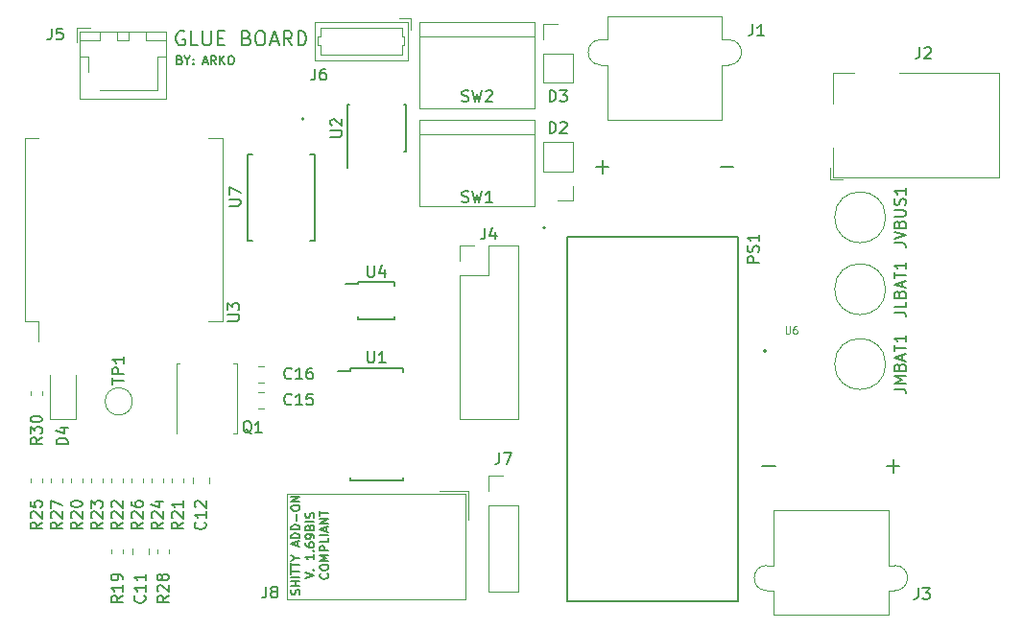
<source format=gbr>
G04 #@! TF.GenerationSoftware,KiCad,Pcbnew,(5.1.5-0-10_14)*
G04 #@! TF.CreationDate,2019-12-31T01:38:16-08:00*
G04 #@! TF.ProjectId,Glue Board,476c7565-2042-46f6-9172-642e6b696361,rev?*
G04 #@! TF.SameCoordinates,Original*
G04 #@! TF.FileFunction,Legend,Top*
G04 #@! TF.FilePolarity,Positive*
%FSLAX46Y46*%
G04 Gerber Fmt 4.6, Leading zero omitted, Abs format (unit mm)*
G04 Created by KiCad (PCBNEW (5.1.5-0-10_14)) date 2019-12-31 01:38:16*
%MOMM*%
%LPD*%
G04 APERTURE LIST*
%ADD10C,0.150000*%
%ADD11C,0.127000*%
%ADD12C,0.200000*%
%ADD13C,0.120000*%
%ADD14C,0.015000*%
G04 APERTURE END LIST*
D10*
X176711428Y-50364571D02*
X176820285Y-50400857D01*
X176856571Y-50437142D01*
X176892857Y-50509714D01*
X176892857Y-50618571D01*
X176856571Y-50691142D01*
X176820285Y-50727428D01*
X176747714Y-50763714D01*
X176457428Y-50763714D01*
X176457428Y-50001714D01*
X176711428Y-50001714D01*
X176784000Y-50038000D01*
X176820285Y-50074285D01*
X176856571Y-50146857D01*
X176856571Y-50219428D01*
X176820285Y-50292000D01*
X176784000Y-50328285D01*
X176711428Y-50364571D01*
X176457428Y-50364571D01*
X177364571Y-50400857D02*
X177364571Y-50763714D01*
X177110571Y-50001714D02*
X177364571Y-50400857D01*
X177618571Y-50001714D01*
X177872571Y-50691142D02*
X177908857Y-50727428D01*
X177872571Y-50763714D01*
X177836285Y-50727428D01*
X177872571Y-50691142D01*
X177872571Y-50763714D01*
X177872571Y-50292000D02*
X177908857Y-50328285D01*
X177872571Y-50364571D01*
X177836285Y-50328285D01*
X177872571Y-50292000D01*
X177872571Y-50364571D01*
X178779714Y-50546000D02*
X179142571Y-50546000D01*
X178707142Y-50763714D02*
X178961142Y-50001714D01*
X179215142Y-50763714D01*
X179904571Y-50763714D02*
X179650571Y-50400857D01*
X179469142Y-50763714D02*
X179469142Y-50001714D01*
X179759428Y-50001714D01*
X179832000Y-50038000D01*
X179868285Y-50074285D01*
X179904571Y-50146857D01*
X179904571Y-50255714D01*
X179868285Y-50328285D01*
X179832000Y-50364571D01*
X179759428Y-50400857D01*
X179469142Y-50400857D01*
X180231142Y-50763714D02*
X180231142Y-50001714D01*
X180666571Y-50763714D02*
X180340000Y-50328285D01*
X180666571Y-50001714D02*
X180231142Y-50437142D01*
X181138285Y-50001714D02*
X181283428Y-50001714D01*
X181356000Y-50038000D01*
X181428571Y-50110571D01*
X181464857Y-50255714D01*
X181464857Y-50509714D01*
X181428571Y-50654857D01*
X181356000Y-50727428D01*
X181283428Y-50763714D01*
X181138285Y-50763714D01*
X181065714Y-50727428D01*
X180993142Y-50654857D01*
X180956857Y-50509714D01*
X180956857Y-50255714D01*
X180993142Y-50110571D01*
X181065714Y-50038000D01*
X181138285Y-50001714D01*
X177098476Y-47879000D02*
X176977523Y-47818523D01*
X176796095Y-47818523D01*
X176614666Y-47879000D01*
X176493714Y-47999952D01*
X176433238Y-48120904D01*
X176372761Y-48362809D01*
X176372761Y-48544238D01*
X176433238Y-48786142D01*
X176493714Y-48907095D01*
X176614666Y-49028047D01*
X176796095Y-49088523D01*
X176917047Y-49088523D01*
X177098476Y-49028047D01*
X177158952Y-48967571D01*
X177158952Y-48544238D01*
X176917047Y-48544238D01*
X178308000Y-49088523D02*
X177703238Y-49088523D01*
X177703238Y-47818523D01*
X178731333Y-47818523D02*
X178731333Y-48846619D01*
X178791809Y-48967571D01*
X178852285Y-49028047D01*
X178973238Y-49088523D01*
X179215142Y-49088523D01*
X179336095Y-49028047D01*
X179396571Y-48967571D01*
X179457047Y-48846619D01*
X179457047Y-47818523D01*
X180061809Y-48423285D02*
X180485142Y-48423285D01*
X180666571Y-49088523D02*
X180061809Y-49088523D01*
X180061809Y-47818523D01*
X180666571Y-47818523D01*
X182601809Y-48423285D02*
X182783238Y-48483761D01*
X182843714Y-48544238D01*
X182904190Y-48665190D01*
X182904190Y-48846619D01*
X182843714Y-48967571D01*
X182783238Y-49028047D01*
X182662285Y-49088523D01*
X182178476Y-49088523D01*
X182178476Y-47818523D01*
X182601809Y-47818523D01*
X182722761Y-47879000D01*
X182783238Y-47939476D01*
X182843714Y-48060428D01*
X182843714Y-48181380D01*
X182783238Y-48302333D01*
X182722761Y-48362809D01*
X182601809Y-48423285D01*
X182178476Y-48423285D01*
X183690380Y-47818523D02*
X183932285Y-47818523D01*
X184053238Y-47879000D01*
X184174190Y-47999952D01*
X184234666Y-48241857D01*
X184234666Y-48665190D01*
X184174190Y-48907095D01*
X184053238Y-49028047D01*
X183932285Y-49088523D01*
X183690380Y-49088523D01*
X183569428Y-49028047D01*
X183448476Y-48907095D01*
X183388000Y-48665190D01*
X183388000Y-48241857D01*
X183448476Y-47999952D01*
X183569428Y-47879000D01*
X183690380Y-47818523D01*
X184718476Y-48725666D02*
X185323238Y-48725666D01*
X184597523Y-49088523D02*
X185020857Y-47818523D01*
X185444190Y-49088523D01*
X186593238Y-49088523D02*
X186169904Y-48483761D01*
X185867523Y-49088523D02*
X185867523Y-47818523D01*
X186351333Y-47818523D01*
X186472285Y-47879000D01*
X186532761Y-47939476D01*
X186593238Y-48060428D01*
X186593238Y-48241857D01*
X186532761Y-48362809D01*
X186472285Y-48423285D01*
X186351333Y-48483761D01*
X185867523Y-48483761D01*
X187137523Y-49088523D02*
X187137523Y-47818523D01*
X187439904Y-47818523D01*
X187621333Y-47879000D01*
X187742285Y-47999952D01*
X187802761Y-48120904D01*
X187863238Y-48362809D01*
X187863238Y-48544238D01*
X187802761Y-48786142D01*
X187742285Y-48907095D01*
X187621333Y-49028047D01*
X187439904Y-49088523D01*
X187137523Y-49088523D01*
D11*
X187252428Y-97572285D02*
X187288714Y-97463428D01*
X187288714Y-97282000D01*
X187252428Y-97209428D01*
X187216142Y-97173142D01*
X187143571Y-97136857D01*
X187071000Y-97136857D01*
X186998428Y-97173142D01*
X186962142Y-97209428D01*
X186925857Y-97282000D01*
X186889571Y-97427142D01*
X186853285Y-97499714D01*
X186817000Y-97536000D01*
X186744428Y-97572285D01*
X186671857Y-97572285D01*
X186599285Y-97536000D01*
X186563000Y-97499714D01*
X186526714Y-97427142D01*
X186526714Y-97245714D01*
X186563000Y-97136857D01*
X187288714Y-96810285D02*
X186526714Y-96810285D01*
X186889571Y-96810285D02*
X186889571Y-96374857D01*
X187288714Y-96374857D02*
X186526714Y-96374857D01*
X187288714Y-96012000D02*
X186526714Y-96012000D01*
X186526714Y-95758000D02*
X186526714Y-95322571D01*
X187288714Y-95540285D02*
X186526714Y-95540285D01*
X186526714Y-95177428D02*
X186526714Y-94742000D01*
X187288714Y-94959714D02*
X186526714Y-94959714D01*
X186925857Y-94342857D02*
X187288714Y-94342857D01*
X186526714Y-94596857D02*
X186925857Y-94342857D01*
X186526714Y-94088857D01*
X187071000Y-93290571D02*
X187071000Y-92927714D01*
X187288714Y-93363142D02*
X186526714Y-93109142D01*
X187288714Y-92855142D01*
X187288714Y-92601142D02*
X186526714Y-92601142D01*
X186526714Y-92419714D01*
X186563000Y-92310857D01*
X186635571Y-92238285D01*
X186708142Y-92202000D01*
X186853285Y-92165714D01*
X186962142Y-92165714D01*
X187107285Y-92202000D01*
X187179857Y-92238285D01*
X187252428Y-92310857D01*
X187288714Y-92419714D01*
X187288714Y-92601142D01*
X187288714Y-91839142D02*
X186526714Y-91839142D01*
X186526714Y-91657714D01*
X186563000Y-91548857D01*
X186635571Y-91476285D01*
X186708142Y-91440000D01*
X186853285Y-91403714D01*
X186962142Y-91403714D01*
X187107285Y-91440000D01*
X187179857Y-91476285D01*
X187252428Y-91548857D01*
X187288714Y-91657714D01*
X187288714Y-91839142D01*
X186998428Y-91077142D02*
X186998428Y-90496571D01*
X186526714Y-89988571D02*
X186526714Y-89843428D01*
X186563000Y-89770857D01*
X186635571Y-89698285D01*
X186780714Y-89662000D01*
X187034714Y-89662000D01*
X187179857Y-89698285D01*
X187252428Y-89770857D01*
X187288714Y-89843428D01*
X187288714Y-89988571D01*
X187252428Y-90061142D01*
X187179857Y-90133714D01*
X187034714Y-90170000D01*
X186780714Y-90170000D01*
X186635571Y-90133714D01*
X186563000Y-90061142D01*
X186526714Y-89988571D01*
X187288714Y-89335428D02*
X186526714Y-89335428D01*
X187288714Y-88900000D01*
X186526714Y-88900000D01*
X187796714Y-96139000D02*
X188558714Y-95885000D01*
X187796714Y-95631000D01*
X188486142Y-95377000D02*
X188522428Y-95340714D01*
X188558714Y-95377000D01*
X188522428Y-95413285D01*
X188486142Y-95377000D01*
X188558714Y-95377000D01*
X188558714Y-94034428D02*
X188558714Y-94469857D01*
X188558714Y-94252142D02*
X187796714Y-94252142D01*
X187905571Y-94324714D01*
X187978142Y-94397285D01*
X188014428Y-94469857D01*
X188486142Y-93707857D02*
X188522428Y-93671571D01*
X188558714Y-93707857D01*
X188522428Y-93744142D01*
X188486142Y-93707857D01*
X188558714Y-93707857D01*
X187796714Y-93018428D02*
X187796714Y-93163571D01*
X187833000Y-93236142D01*
X187869285Y-93272428D01*
X187978142Y-93345000D01*
X188123285Y-93381285D01*
X188413571Y-93381285D01*
X188486142Y-93345000D01*
X188522428Y-93308714D01*
X188558714Y-93236142D01*
X188558714Y-93091000D01*
X188522428Y-93018428D01*
X188486142Y-92982142D01*
X188413571Y-92945857D01*
X188232142Y-92945857D01*
X188159571Y-92982142D01*
X188123285Y-93018428D01*
X188087000Y-93091000D01*
X188087000Y-93236142D01*
X188123285Y-93308714D01*
X188159571Y-93345000D01*
X188232142Y-93381285D01*
X188558714Y-92583000D02*
X188558714Y-92437857D01*
X188522428Y-92365285D01*
X188486142Y-92329000D01*
X188377285Y-92256428D01*
X188232142Y-92220142D01*
X187941857Y-92220142D01*
X187869285Y-92256428D01*
X187833000Y-92292714D01*
X187796714Y-92365285D01*
X187796714Y-92510428D01*
X187833000Y-92583000D01*
X187869285Y-92619285D01*
X187941857Y-92655571D01*
X188123285Y-92655571D01*
X188195857Y-92619285D01*
X188232142Y-92583000D01*
X188268428Y-92510428D01*
X188268428Y-92365285D01*
X188232142Y-92292714D01*
X188195857Y-92256428D01*
X188123285Y-92220142D01*
X188159571Y-91639571D02*
X188195857Y-91530714D01*
X188232142Y-91494428D01*
X188304714Y-91458142D01*
X188413571Y-91458142D01*
X188486142Y-91494428D01*
X188522428Y-91530714D01*
X188558714Y-91603285D01*
X188558714Y-91893571D01*
X187796714Y-91893571D01*
X187796714Y-91639571D01*
X187833000Y-91567000D01*
X187869285Y-91530714D01*
X187941857Y-91494428D01*
X188014428Y-91494428D01*
X188087000Y-91530714D01*
X188123285Y-91567000D01*
X188159571Y-91639571D01*
X188159571Y-91893571D01*
X188558714Y-91131571D02*
X187796714Y-91131571D01*
X188522428Y-90805000D02*
X188558714Y-90696142D01*
X188558714Y-90514714D01*
X188522428Y-90442142D01*
X188486142Y-90405857D01*
X188413571Y-90369571D01*
X188341000Y-90369571D01*
X188268428Y-90405857D01*
X188232142Y-90442142D01*
X188195857Y-90514714D01*
X188159571Y-90659857D01*
X188123285Y-90732428D01*
X188087000Y-90768714D01*
X188014428Y-90805000D01*
X187941857Y-90805000D01*
X187869285Y-90768714D01*
X187833000Y-90732428D01*
X187796714Y-90659857D01*
X187796714Y-90478428D01*
X187833000Y-90369571D01*
X189756142Y-95703571D02*
X189792428Y-95739857D01*
X189828714Y-95848714D01*
X189828714Y-95921285D01*
X189792428Y-96030142D01*
X189719857Y-96102714D01*
X189647285Y-96139000D01*
X189502142Y-96175285D01*
X189393285Y-96175285D01*
X189248142Y-96139000D01*
X189175571Y-96102714D01*
X189103000Y-96030142D01*
X189066714Y-95921285D01*
X189066714Y-95848714D01*
X189103000Y-95739857D01*
X189139285Y-95703571D01*
X189066714Y-95231857D02*
X189066714Y-95086714D01*
X189103000Y-95014142D01*
X189175571Y-94941571D01*
X189320714Y-94905285D01*
X189574714Y-94905285D01*
X189719857Y-94941571D01*
X189792428Y-95014142D01*
X189828714Y-95086714D01*
X189828714Y-95231857D01*
X189792428Y-95304428D01*
X189719857Y-95377000D01*
X189574714Y-95413285D01*
X189320714Y-95413285D01*
X189175571Y-95377000D01*
X189103000Y-95304428D01*
X189066714Y-95231857D01*
X189828714Y-94578714D02*
X189066714Y-94578714D01*
X189611000Y-94324714D01*
X189066714Y-94070714D01*
X189828714Y-94070714D01*
X189828714Y-93707857D02*
X189066714Y-93707857D01*
X189066714Y-93417571D01*
X189103000Y-93345000D01*
X189139285Y-93308714D01*
X189211857Y-93272428D01*
X189320714Y-93272428D01*
X189393285Y-93308714D01*
X189429571Y-93345000D01*
X189465857Y-93417571D01*
X189465857Y-93707857D01*
X189828714Y-92583000D02*
X189828714Y-92945857D01*
X189066714Y-92945857D01*
X189828714Y-92329000D02*
X189066714Y-92329000D01*
X189611000Y-92002428D02*
X189611000Y-91639571D01*
X189828714Y-92075000D02*
X189066714Y-91821000D01*
X189828714Y-91567000D01*
X189828714Y-91313000D02*
X189066714Y-91313000D01*
X189828714Y-90877571D01*
X189066714Y-90877571D01*
X189066714Y-90623571D02*
X189066714Y-90188142D01*
X189828714Y-90405857D02*
X189066714Y-90405857D01*
X210924000Y-98172000D02*
X210924000Y-65972000D01*
X210924000Y-98172000D02*
X225924000Y-98172000D01*
X225924000Y-98172000D02*
X225924000Y-65972000D01*
X225924000Y-65972000D02*
X210924000Y-65972000D01*
D12*
X208964000Y-65197000D02*
G75*
G03X208964000Y-65197000I-100000J0D01*
G01*
X187674000Y-55584000D02*
G75*
G03X187674000Y-55584000I-100000J0D01*
G01*
D11*
X182694000Y-58684000D02*
X183154000Y-58684000D01*
X182694000Y-66284000D02*
X182694000Y-58684000D01*
X183154000Y-66284000D02*
X182694000Y-66284000D01*
X188654000Y-66284000D02*
X188194000Y-66284000D01*
X188654000Y-58684000D02*
X188654000Y-66284000D01*
X188194000Y-58684000D02*
X188654000Y-58684000D01*
D13*
X202196000Y-88420000D02*
X202196000Y-90960000D01*
X202196000Y-88420000D02*
X199656000Y-88420000D01*
X201946000Y-88670000D02*
X201946000Y-98020000D01*
X186166000Y-88670000D02*
X201946000Y-88670000D01*
X186166000Y-98020000D02*
X186166000Y-88670000D01*
X201946000Y-98020000D02*
X186166000Y-98020000D01*
X203902000Y-87062000D02*
X205232000Y-87062000D01*
X203902000Y-88392000D02*
X203902000Y-87062000D01*
X203902000Y-89662000D02*
X206562000Y-89662000D01*
X206562000Y-89662000D02*
X206562000Y-97342000D01*
X203902000Y-89662000D02*
X203902000Y-97342000D01*
X203902000Y-97342000D02*
X206562000Y-97342000D01*
X176685000Y-77204000D02*
X176385000Y-77204000D01*
X181455000Y-77204000D02*
X181755000Y-77204000D01*
X181405000Y-83324000D02*
X181755000Y-83324000D01*
X176385000Y-77204000D02*
X176385000Y-83324000D01*
X181755000Y-77204000D02*
X181755000Y-83324000D01*
D10*
X191531000Y-58463000D02*
X191531000Y-59863000D01*
X196631000Y-58463000D02*
X196631000Y-54313000D01*
X191481000Y-58463000D02*
X191481000Y-54313000D01*
X196631000Y-58463000D02*
X196486000Y-58463000D01*
X196631000Y-54313000D02*
X196486000Y-54313000D01*
X191481000Y-54313000D02*
X191626000Y-54313000D01*
X191481000Y-58463000D02*
X191531000Y-58463000D01*
D13*
X172523000Y-80518000D02*
G75*
G03X172523000Y-80518000I-1200000J0D01*
G01*
X164594000Y-79918779D02*
X164594000Y-79593221D01*
X163574000Y-79918779D02*
X163574000Y-79593221D01*
X174750000Y-93563221D02*
X174750000Y-93888779D01*
X175770000Y-93563221D02*
X175770000Y-93888779D01*
X166372000Y-87665779D02*
X166372000Y-87340221D01*
X165352000Y-87665779D02*
X165352000Y-87340221D01*
X172464000Y-87340221D02*
X172464000Y-87665779D01*
X173484000Y-87340221D02*
X173484000Y-87665779D01*
X164594000Y-87665779D02*
X164594000Y-87340221D01*
X163574000Y-87665779D02*
X163574000Y-87340221D01*
X174242000Y-87340221D02*
X174242000Y-87665779D01*
X175262000Y-87340221D02*
X175262000Y-87665779D01*
X168908000Y-87340221D02*
X168908000Y-87665779D01*
X169928000Y-87340221D02*
X169928000Y-87665779D01*
X170686000Y-87340221D02*
X170686000Y-87665779D01*
X171706000Y-87340221D02*
X171706000Y-87665779D01*
X176020000Y-87340221D02*
X176020000Y-87665779D01*
X177040000Y-87340221D02*
X177040000Y-87665779D01*
X167130000Y-87340221D02*
X167130000Y-87665779D01*
X168150000Y-87340221D02*
X168150000Y-87665779D01*
X170686000Y-93563221D02*
X170686000Y-93888779D01*
X171706000Y-93563221D02*
X171706000Y-93888779D01*
X197099000Y-46710000D02*
X196099000Y-46710000D01*
X197099000Y-46710000D02*
X197099000Y-47710000D01*
X189099000Y-49910000D02*
X192699000Y-49910000D01*
X189099000Y-49060000D02*
X189099000Y-49910000D01*
X188899000Y-49060000D02*
X189099000Y-49060000D01*
X188899000Y-48260000D02*
X188899000Y-49060000D01*
X189099000Y-48260000D02*
X188899000Y-48260000D01*
X189099000Y-47510000D02*
X189099000Y-48260000D01*
X192699000Y-47510000D02*
X189099000Y-47510000D01*
X196299000Y-49910000D02*
X192699000Y-49910000D01*
X196299000Y-49060000D02*
X196299000Y-49910000D01*
X196499000Y-49060000D02*
X196299000Y-49060000D01*
X196499000Y-48260000D02*
X196499000Y-49060000D01*
X196299000Y-48260000D02*
X196499000Y-48260000D01*
X196299000Y-47510000D02*
X196299000Y-48260000D01*
X192699000Y-47510000D02*
X196299000Y-47510000D01*
X188589000Y-50420000D02*
X196809000Y-50420000D01*
X188589000Y-47000000D02*
X188589000Y-50420000D01*
X196809000Y-47000000D02*
X188589000Y-47000000D01*
X196809000Y-50420000D02*
X196809000Y-47000000D01*
X167584000Y-47542000D02*
X167584000Y-48792000D01*
X168834000Y-47542000D02*
X167584000Y-47542000D01*
X174734000Y-53042000D02*
X171684000Y-53042000D01*
X174734000Y-50092000D02*
X174734000Y-53042000D01*
X175484000Y-50092000D02*
X174734000Y-50092000D01*
X171684000Y-53042000D02*
X169694000Y-53042000D01*
X168634000Y-50092000D02*
X168634000Y-51432000D01*
X167884000Y-50092000D02*
X168634000Y-50092000D01*
X175484000Y-47842000D02*
X173684000Y-47842000D01*
X175484000Y-48592000D02*
X175484000Y-47842000D01*
X173684000Y-48592000D02*
X175484000Y-48592000D01*
X173684000Y-47842000D02*
X173684000Y-48592000D01*
X169684000Y-47842000D02*
X167884000Y-47842000D01*
X169684000Y-48592000D02*
X169684000Y-47842000D01*
X167884000Y-48592000D02*
X169684000Y-48592000D01*
X167884000Y-47842000D02*
X167884000Y-48592000D01*
X172184000Y-47842000D02*
X171184000Y-47842000D01*
X172184000Y-48592000D02*
X172184000Y-47842000D01*
X171184000Y-48592000D02*
X172184000Y-48592000D01*
X171184000Y-47842000D02*
X171184000Y-48592000D01*
X175494000Y-47832000D02*
X167874000Y-47832000D01*
X175494000Y-53802000D02*
X175494000Y-47832000D01*
X167874000Y-53802000D02*
X175494000Y-53802000D01*
X167874000Y-47832000D02*
X167874000Y-53802000D01*
X167505000Y-82041000D02*
X167505000Y-78156000D01*
X165235000Y-82041000D02*
X167505000Y-82041000D01*
X165235000Y-78156000D02*
X165235000Y-82041000D01*
X183637422Y-78815000D02*
X184154578Y-78815000D01*
X183637422Y-77395000D02*
X184154578Y-77395000D01*
X183637422Y-81101000D02*
X184154578Y-81101000D01*
X183637422Y-79681000D02*
X184154578Y-79681000D01*
X177852000Y-87244422D02*
X177852000Y-87761578D01*
X179272000Y-87244422D02*
X179272000Y-87761578D01*
X172518000Y-93467422D02*
X172518000Y-93984578D01*
X173938000Y-93467422D02*
X173938000Y-93984578D01*
X208026000Y-46990000D02*
X197866000Y-46990000D01*
X208026000Y-54610000D02*
X208026000Y-46990000D01*
X197866000Y-54610000D02*
X208026000Y-54610000D01*
X197866000Y-46990000D02*
X197866000Y-54610000D01*
X197866000Y-48260000D02*
X208026000Y-48260000D01*
X208026000Y-55626000D02*
X197866000Y-55626000D01*
X208026000Y-63246000D02*
X208026000Y-55626000D01*
X197866000Y-63246000D02*
X208026000Y-63246000D01*
X197866000Y-55626000D02*
X197866000Y-63246000D01*
X197866000Y-56896000D02*
X208026000Y-56896000D01*
X201362000Y-66742000D02*
X202692000Y-66742000D01*
X201362000Y-68072000D02*
X201362000Y-66742000D01*
X203962000Y-66742000D02*
X206562000Y-66742000D01*
X203962000Y-69342000D02*
X203962000Y-66742000D01*
X201362000Y-69342000D02*
X203962000Y-69342000D01*
X206562000Y-66742000D02*
X206562000Y-82102000D01*
X201362000Y-69342000D02*
X201362000Y-82102000D01*
X201362000Y-82102000D02*
X206562000Y-82102000D01*
X208728000Y-47184000D02*
X210058000Y-47184000D01*
X208728000Y-48514000D02*
X208728000Y-47184000D01*
X208728000Y-49784000D02*
X211388000Y-49784000D01*
X211388000Y-49784000D02*
X211388000Y-52384000D01*
X208728000Y-49784000D02*
X208728000Y-52384000D01*
X208728000Y-52384000D02*
X211388000Y-52384000D01*
X211388000Y-62798000D02*
X210058000Y-62798000D01*
X211388000Y-61468000D02*
X211388000Y-62798000D01*
X211388000Y-60198000D02*
X208728000Y-60198000D01*
X208728000Y-60198000D02*
X208728000Y-57598000D01*
X211388000Y-60198000D02*
X211388000Y-57598000D01*
X211388000Y-57598000D02*
X208728000Y-57598000D01*
X238978000Y-64262000D02*
G75*
G03X238978000Y-64262000I-2250000J0D01*
G01*
X238978000Y-77216000D02*
G75*
G03X238978000Y-77216000I-2250000J0D01*
G01*
X238978000Y-70612000D02*
G75*
G03X238978000Y-70612000I-2250000J0D01*
G01*
X228498000Y-97216000D02*
G75*
G02X228498000Y-94996000I0J1110000D01*
G01*
X239798000Y-94996000D02*
G75*
G02X239798000Y-97216000I0J-1110000D01*
G01*
X229088000Y-99316000D02*
X229088000Y-97216000D01*
X239798000Y-94996000D02*
X239208000Y-94996000D01*
X239798000Y-97216000D02*
X239208000Y-97216000D01*
X229088000Y-97216000D02*
X228498000Y-97216000D01*
X229088000Y-94996000D02*
X228498000Y-94996000D01*
X229088000Y-94996000D02*
X229088000Y-90096000D01*
X239208000Y-99316000D02*
X239208000Y-97216000D01*
X239208000Y-94996000D02*
X239208000Y-90096000D01*
X239208000Y-90096000D02*
X229088000Y-90096000D01*
X239208000Y-99316000D02*
X229088000Y-99316000D01*
X234304000Y-60734000D02*
X234304000Y-58134000D01*
X249004000Y-60734000D02*
X234304000Y-60734000D01*
X234304000Y-51534000D02*
X236204000Y-51534000D01*
X234304000Y-54234000D02*
X234304000Y-51534000D01*
X249004000Y-51534000D02*
X249004000Y-60734000D01*
X240204000Y-51534000D02*
X249004000Y-51534000D01*
X235154000Y-60934000D02*
X234104000Y-60934000D01*
X234104000Y-59884000D02*
X234104000Y-60934000D01*
X225146000Y-48580000D02*
G75*
G02X225146000Y-50800000I0J-1110000D01*
G01*
X213846000Y-50800000D02*
G75*
G02X213846000Y-48580000I0J1110000D01*
G01*
X224556000Y-46480000D02*
X224556000Y-48580000D01*
X213846000Y-50800000D02*
X214436000Y-50800000D01*
X213846000Y-48580000D02*
X214436000Y-48580000D01*
X224556000Y-48580000D02*
X225146000Y-48580000D01*
X224556000Y-50800000D02*
X225146000Y-50800000D01*
X224556000Y-50800000D02*
X224556000Y-55700000D01*
X214436000Y-46480000D02*
X214436000Y-48580000D01*
X214436000Y-50800000D02*
X214436000Y-55700000D01*
X214436000Y-55700000D02*
X224556000Y-55700000D01*
X214436000Y-46480000D02*
X224556000Y-46480000D01*
D12*
X228424000Y-76054000D02*
G75*
G03X228424000Y-76054000I-100000J0D01*
G01*
D10*
X192431000Y-70178000D02*
X191356000Y-70178000D01*
X192431000Y-73253000D02*
X195681000Y-73253000D01*
X192431000Y-70003000D02*
X195681000Y-70003000D01*
X192431000Y-73253000D02*
X192431000Y-72978000D01*
X195681000Y-73253000D02*
X195681000Y-72978000D01*
X195681000Y-70003000D02*
X195681000Y-70278000D01*
X192431000Y-70003000D02*
X192431000Y-70178000D01*
D13*
X164260000Y-73476000D02*
X164260000Y-75176000D01*
X163060000Y-73476000D02*
X164260000Y-73476000D01*
X163060000Y-73376000D02*
X163060000Y-73476000D01*
X163060000Y-57376000D02*
X163060000Y-73376000D01*
X180460000Y-73476000D02*
X179260000Y-73476000D01*
X180460000Y-57376000D02*
X180460000Y-73476000D01*
X180460000Y-57276000D02*
X179260000Y-57276000D01*
X180460000Y-57376000D02*
X180460000Y-57276000D01*
X163060000Y-57276000D02*
X164260000Y-57276000D01*
X163060000Y-57376000D02*
X163060000Y-57276000D01*
D10*
X191731000Y-77800000D02*
X190656000Y-77800000D01*
X191731000Y-87525000D02*
X196381000Y-87525000D01*
X191731000Y-77575000D02*
X196381000Y-77575000D01*
X191731000Y-87525000D02*
X191731000Y-87200000D01*
X196381000Y-87525000D02*
X196381000Y-87200000D01*
X196381000Y-77575000D02*
X196381000Y-77900000D01*
X191731000Y-77575000D02*
X191731000Y-77800000D01*
X227782380Y-68270285D02*
X226782380Y-68270285D01*
X226782380Y-67889333D01*
X226830000Y-67794095D01*
X226877619Y-67746476D01*
X226972857Y-67698857D01*
X227115714Y-67698857D01*
X227210952Y-67746476D01*
X227258571Y-67794095D01*
X227306190Y-67889333D01*
X227306190Y-68270285D01*
X227734761Y-67317904D02*
X227782380Y-67175047D01*
X227782380Y-66936952D01*
X227734761Y-66841714D01*
X227687142Y-66794095D01*
X227591904Y-66746476D01*
X227496666Y-66746476D01*
X227401428Y-66794095D01*
X227353809Y-66841714D01*
X227306190Y-66936952D01*
X227258571Y-67127428D01*
X227210952Y-67222666D01*
X227163333Y-67270285D01*
X227068095Y-67317904D01*
X226972857Y-67317904D01*
X226877619Y-67270285D01*
X226830000Y-67222666D01*
X226782380Y-67127428D01*
X226782380Y-66889333D01*
X226830000Y-66746476D01*
X227782380Y-65794095D02*
X227782380Y-66365523D01*
X227782380Y-66079809D02*
X226782380Y-66079809D01*
X226925238Y-66175047D01*
X227020476Y-66270285D01*
X227068095Y-66365523D01*
X181062380Y-63245904D02*
X181871904Y-63245904D01*
X181967142Y-63198285D01*
X182014761Y-63150666D01*
X182062380Y-63055428D01*
X182062380Y-62864952D01*
X182014761Y-62769714D01*
X181967142Y-62722095D01*
X181871904Y-62674476D01*
X181062380Y-62674476D01*
X181062380Y-62293523D02*
X181062380Y-61626857D01*
X182062380Y-62055428D01*
X184324666Y-96861380D02*
X184324666Y-97575666D01*
X184277047Y-97718523D01*
X184181809Y-97813761D01*
X184038952Y-97861380D01*
X183943714Y-97861380D01*
X184943714Y-97289952D02*
X184848476Y-97242333D01*
X184800857Y-97194714D01*
X184753238Y-97099476D01*
X184753238Y-97051857D01*
X184800857Y-96956619D01*
X184848476Y-96909000D01*
X184943714Y-96861380D01*
X185134190Y-96861380D01*
X185229428Y-96909000D01*
X185277047Y-96956619D01*
X185324666Y-97051857D01*
X185324666Y-97099476D01*
X185277047Y-97194714D01*
X185229428Y-97242333D01*
X185134190Y-97289952D01*
X184943714Y-97289952D01*
X184848476Y-97337571D01*
X184800857Y-97385190D01*
X184753238Y-97480428D01*
X184753238Y-97670904D01*
X184800857Y-97766142D01*
X184848476Y-97813761D01*
X184943714Y-97861380D01*
X185134190Y-97861380D01*
X185229428Y-97813761D01*
X185277047Y-97766142D01*
X185324666Y-97670904D01*
X185324666Y-97480428D01*
X185277047Y-97385190D01*
X185229428Y-97337571D01*
X185134190Y-97289952D01*
X204898666Y-85050380D02*
X204898666Y-85764666D01*
X204851047Y-85907523D01*
X204755809Y-86002761D01*
X204612952Y-86050380D01*
X204517714Y-86050380D01*
X205279619Y-85050380D02*
X205946285Y-85050380D01*
X205517714Y-86050380D01*
X183038761Y-83351619D02*
X182943523Y-83304000D01*
X182848285Y-83208761D01*
X182705428Y-83065904D01*
X182610190Y-83018285D01*
X182514952Y-83018285D01*
X182562571Y-83256380D02*
X182467333Y-83208761D01*
X182372095Y-83113523D01*
X182324476Y-82923047D01*
X182324476Y-82589714D01*
X182372095Y-82399238D01*
X182467333Y-82304000D01*
X182562571Y-82256380D01*
X182753047Y-82256380D01*
X182848285Y-82304000D01*
X182943523Y-82399238D01*
X182991142Y-82589714D01*
X182991142Y-82923047D01*
X182943523Y-83113523D01*
X182848285Y-83208761D01*
X182753047Y-83256380D01*
X182562571Y-83256380D01*
X183943523Y-83256380D02*
X183372095Y-83256380D01*
X183657809Y-83256380D02*
X183657809Y-82256380D01*
X183562571Y-82399238D01*
X183467333Y-82494476D01*
X183372095Y-82542095D01*
X190008380Y-57149904D02*
X190817904Y-57149904D01*
X190913142Y-57102285D01*
X190960761Y-57054666D01*
X191008380Y-56959428D01*
X191008380Y-56768952D01*
X190960761Y-56673714D01*
X190913142Y-56626095D01*
X190817904Y-56578476D01*
X190008380Y-56578476D01*
X190103619Y-56149904D02*
X190056000Y-56102285D01*
X190008380Y-56007047D01*
X190008380Y-55768952D01*
X190056000Y-55673714D01*
X190103619Y-55626095D01*
X190198857Y-55578476D01*
X190294095Y-55578476D01*
X190436952Y-55626095D01*
X191008380Y-56197523D01*
X191008380Y-55578476D01*
X170775380Y-78985904D02*
X170775380Y-78414476D01*
X171775380Y-78700190D02*
X170775380Y-78700190D01*
X171775380Y-78081142D02*
X170775380Y-78081142D01*
X170775380Y-77700190D01*
X170823000Y-77604952D01*
X170870619Y-77557333D01*
X170965857Y-77509714D01*
X171108714Y-77509714D01*
X171203952Y-77557333D01*
X171251571Y-77604952D01*
X171299190Y-77700190D01*
X171299190Y-78081142D01*
X171775380Y-76557333D02*
X171775380Y-77128761D01*
X171775380Y-76843047D02*
X170775380Y-76843047D01*
X170918238Y-76938285D01*
X171013476Y-77033523D01*
X171061095Y-77128761D01*
X164536380Y-83700857D02*
X164060190Y-84034190D01*
X164536380Y-84272285D02*
X163536380Y-84272285D01*
X163536380Y-83891333D01*
X163584000Y-83796095D01*
X163631619Y-83748476D01*
X163726857Y-83700857D01*
X163869714Y-83700857D01*
X163964952Y-83748476D01*
X164012571Y-83796095D01*
X164060190Y-83891333D01*
X164060190Y-84272285D01*
X163536380Y-83367523D02*
X163536380Y-82748476D01*
X163917333Y-83081809D01*
X163917333Y-82938952D01*
X163964952Y-82843714D01*
X164012571Y-82796095D01*
X164107809Y-82748476D01*
X164345904Y-82748476D01*
X164441142Y-82796095D01*
X164488761Y-82843714D01*
X164536380Y-82938952D01*
X164536380Y-83224666D01*
X164488761Y-83319904D01*
X164441142Y-83367523D01*
X163536380Y-82129428D02*
X163536380Y-82034190D01*
X163584000Y-81938952D01*
X163631619Y-81891333D01*
X163726857Y-81843714D01*
X163917333Y-81796095D01*
X164155428Y-81796095D01*
X164345904Y-81843714D01*
X164441142Y-81891333D01*
X164488761Y-81938952D01*
X164536380Y-82034190D01*
X164536380Y-82129428D01*
X164488761Y-82224666D01*
X164441142Y-82272285D01*
X164345904Y-82319904D01*
X164155428Y-82367523D01*
X163917333Y-82367523D01*
X163726857Y-82319904D01*
X163631619Y-82272285D01*
X163584000Y-82224666D01*
X163536380Y-82129428D01*
X175712380Y-97670857D02*
X175236190Y-98004190D01*
X175712380Y-98242285D02*
X174712380Y-98242285D01*
X174712380Y-97861333D01*
X174760000Y-97766095D01*
X174807619Y-97718476D01*
X174902857Y-97670857D01*
X175045714Y-97670857D01*
X175140952Y-97718476D01*
X175188571Y-97766095D01*
X175236190Y-97861333D01*
X175236190Y-98242285D01*
X174807619Y-97289904D02*
X174760000Y-97242285D01*
X174712380Y-97147047D01*
X174712380Y-96908952D01*
X174760000Y-96813714D01*
X174807619Y-96766095D01*
X174902857Y-96718476D01*
X174998095Y-96718476D01*
X175140952Y-96766095D01*
X175712380Y-97337523D01*
X175712380Y-96718476D01*
X175140952Y-96147047D02*
X175093333Y-96242285D01*
X175045714Y-96289904D01*
X174950476Y-96337523D01*
X174902857Y-96337523D01*
X174807619Y-96289904D01*
X174760000Y-96242285D01*
X174712380Y-96147047D01*
X174712380Y-95956571D01*
X174760000Y-95861333D01*
X174807619Y-95813714D01*
X174902857Y-95766095D01*
X174950476Y-95766095D01*
X175045714Y-95813714D01*
X175093333Y-95861333D01*
X175140952Y-95956571D01*
X175140952Y-96147047D01*
X175188571Y-96242285D01*
X175236190Y-96289904D01*
X175331428Y-96337523D01*
X175521904Y-96337523D01*
X175617142Y-96289904D01*
X175664761Y-96242285D01*
X175712380Y-96147047D01*
X175712380Y-95956571D01*
X175664761Y-95861333D01*
X175617142Y-95813714D01*
X175521904Y-95766095D01*
X175331428Y-95766095D01*
X175236190Y-95813714D01*
X175188571Y-95861333D01*
X175140952Y-95956571D01*
X166314380Y-91193857D02*
X165838190Y-91527190D01*
X166314380Y-91765285D02*
X165314380Y-91765285D01*
X165314380Y-91384333D01*
X165362000Y-91289095D01*
X165409619Y-91241476D01*
X165504857Y-91193857D01*
X165647714Y-91193857D01*
X165742952Y-91241476D01*
X165790571Y-91289095D01*
X165838190Y-91384333D01*
X165838190Y-91765285D01*
X165409619Y-90812904D02*
X165362000Y-90765285D01*
X165314380Y-90670047D01*
X165314380Y-90431952D01*
X165362000Y-90336714D01*
X165409619Y-90289095D01*
X165504857Y-90241476D01*
X165600095Y-90241476D01*
X165742952Y-90289095D01*
X166314380Y-90860523D01*
X166314380Y-90241476D01*
X165314380Y-89908142D02*
X165314380Y-89241476D01*
X166314380Y-89670047D01*
X173426380Y-91193857D02*
X172950190Y-91527190D01*
X173426380Y-91765285D02*
X172426380Y-91765285D01*
X172426380Y-91384333D01*
X172474000Y-91289095D01*
X172521619Y-91241476D01*
X172616857Y-91193857D01*
X172759714Y-91193857D01*
X172854952Y-91241476D01*
X172902571Y-91289095D01*
X172950190Y-91384333D01*
X172950190Y-91765285D01*
X172521619Y-90812904D02*
X172474000Y-90765285D01*
X172426380Y-90670047D01*
X172426380Y-90431952D01*
X172474000Y-90336714D01*
X172521619Y-90289095D01*
X172616857Y-90241476D01*
X172712095Y-90241476D01*
X172854952Y-90289095D01*
X173426380Y-90860523D01*
X173426380Y-90241476D01*
X172426380Y-89384333D02*
X172426380Y-89574809D01*
X172474000Y-89670047D01*
X172521619Y-89717666D01*
X172664476Y-89812904D01*
X172854952Y-89860523D01*
X173235904Y-89860523D01*
X173331142Y-89812904D01*
X173378761Y-89765285D01*
X173426380Y-89670047D01*
X173426380Y-89479571D01*
X173378761Y-89384333D01*
X173331142Y-89336714D01*
X173235904Y-89289095D01*
X172997809Y-89289095D01*
X172902571Y-89336714D01*
X172854952Y-89384333D01*
X172807333Y-89479571D01*
X172807333Y-89670047D01*
X172854952Y-89765285D01*
X172902571Y-89812904D01*
X172997809Y-89860523D01*
X164536380Y-91193857D02*
X164060190Y-91527190D01*
X164536380Y-91765285D02*
X163536380Y-91765285D01*
X163536380Y-91384333D01*
X163584000Y-91289095D01*
X163631619Y-91241476D01*
X163726857Y-91193857D01*
X163869714Y-91193857D01*
X163964952Y-91241476D01*
X164012571Y-91289095D01*
X164060190Y-91384333D01*
X164060190Y-91765285D01*
X163631619Y-90812904D02*
X163584000Y-90765285D01*
X163536380Y-90670047D01*
X163536380Y-90431952D01*
X163584000Y-90336714D01*
X163631619Y-90289095D01*
X163726857Y-90241476D01*
X163822095Y-90241476D01*
X163964952Y-90289095D01*
X164536380Y-90860523D01*
X164536380Y-90241476D01*
X163536380Y-89336714D02*
X163536380Y-89812904D01*
X164012571Y-89860523D01*
X163964952Y-89812904D01*
X163917333Y-89717666D01*
X163917333Y-89479571D01*
X163964952Y-89384333D01*
X164012571Y-89336714D01*
X164107809Y-89289095D01*
X164345904Y-89289095D01*
X164441142Y-89336714D01*
X164488761Y-89384333D01*
X164536380Y-89479571D01*
X164536380Y-89717666D01*
X164488761Y-89812904D01*
X164441142Y-89860523D01*
X175204380Y-91193857D02*
X174728190Y-91527190D01*
X175204380Y-91765285D02*
X174204380Y-91765285D01*
X174204380Y-91384333D01*
X174252000Y-91289095D01*
X174299619Y-91241476D01*
X174394857Y-91193857D01*
X174537714Y-91193857D01*
X174632952Y-91241476D01*
X174680571Y-91289095D01*
X174728190Y-91384333D01*
X174728190Y-91765285D01*
X174299619Y-90812904D02*
X174252000Y-90765285D01*
X174204380Y-90670047D01*
X174204380Y-90431952D01*
X174252000Y-90336714D01*
X174299619Y-90289095D01*
X174394857Y-90241476D01*
X174490095Y-90241476D01*
X174632952Y-90289095D01*
X175204380Y-90860523D01*
X175204380Y-90241476D01*
X174537714Y-89384333D02*
X175204380Y-89384333D01*
X174156761Y-89622428D02*
X174871047Y-89860523D01*
X174871047Y-89241476D01*
X169870380Y-91193857D02*
X169394190Y-91527190D01*
X169870380Y-91765285D02*
X168870380Y-91765285D01*
X168870380Y-91384333D01*
X168918000Y-91289095D01*
X168965619Y-91241476D01*
X169060857Y-91193857D01*
X169203714Y-91193857D01*
X169298952Y-91241476D01*
X169346571Y-91289095D01*
X169394190Y-91384333D01*
X169394190Y-91765285D01*
X168965619Y-90812904D02*
X168918000Y-90765285D01*
X168870380Y-90670047D01*
X168870380Y-90431952D01*
X168918000Y-90336714D01*
X168965619Y-90289095D01*
X169060857Y-90241476D01*
X169156095Y-90241476D01*
X169298952Y-90289095D01*
X169870380Y-90860523D01*
X169870380Y-90241476D01*
X168870380Y-89908142D02*
X168870380Y-89289095D01*
X169251333Y-89622428D01*
X169251333Y-89479571D01*
X169298952Y-89384333D01*
X169346571Y-89336714D01*
X169441809Y-89289095D01*
X169679904Y-89289095D01*
X169775142Y-89336714D01*
X169822761Y-89384333D01*
X169870380Y-89479571D01*
X169870380Y-89765285D01*
X169822761Y-89860523D01*
X169775142Y-89908142D01*
X171648380Y-91193857D02*
X171172190Y-91527190D01*
X171648380Y-91765285D02*
X170648380Y-91765285D01*
X170648380Y-91384333D01*
X170696000Y-91289095D01*
X170743619Y-91241476D01*
X170838857Y-91193857D01*
X170981714Y-91193857D01*
X171076952Y-91241476D01*
X171124571Y-91289095D01*
X171172190Y-91384333D01*
X171172190Y-91765285D01*
X170743619Y-90812904D02*
X170696000Y-90765285D01*
X170648380Y-90670047D01*
X170648380Y-90431952D01*
X170696000Y-90336714D01*
X170743619Y-90289095D01*
X170838857Y-90241476D01*
X170934095Y-90241476D01*
X171076952Y-90289095D01*
X171648380Y-90860523D01*
X171648380Y-90241476D01*
X170743619Y-89860523D02*
X170696000Y-89812904D01*
X170648380Y-89717666D01*
X170648380Y-89479571D01*
X170696000Y-89384333D01*
X170743619Y-89336714D01*
X170838857Y-89289095D01*
X170934095Y-89289095D01*
X171076952Y-89336714D01*
X171648380Y-89908142D01*
X171648380Y-89289095D01*
X176982380Y-91193857D02*
X176506190Y-91527190D01*
X176982380Y-91765285D02*
X175982380Y-91765285D01*
X175982380Y-91384333D01*
X176030000Y-91289095D01*
X176077619Y-91241476D01*
X176172857Y-91193857D01*
X176315714Y-91193857D01*
X176410952Y-91241476D01*
X176458571Y-91289095D01*
X176506190Y-91384333D01*
X176506190Y-91765285D01*
X176077619Y-90812904D02*
X176030000Y-90765285D01*
X175982380Y-90670047D01*
X175982380Y-90431952D01*
X176030000Y-90336714D01*
X176077619Y-90289095D01*
X176172857Y-90241476D01*
X176268095Y-90241476D01*
X176410952Y-90289095D01*
X176982380Y-90860523D01*
X176982380Y-90241476D01*
X176982380Y-89289095D02*
X176982380Y-89860523D01*
X176982380Y-89574809D02*
X175982380Y-89574809D01*
X176125238Y-89670047D01*
X176220476Y-89765285D01*
X176268095Y-89860523D01*
X168092380Y-91193857D02*
X167616190Y-91527190D01*
X168092380Y-91765285D02*
X167092380Y-91765285D01*
X167092380Y-91384333D01*
X167140000Y-91289095D01*
X167187619Y-91241476D01*
X167282857Y-91193857D01*
X167425714Y-91193857D01*
X167520952Y-91241476D01*
X167568571Y-91289095D01*
X167616190Y-91384333D01*
X167616190Y-91765285D01*
X167187619Y-90812904D02*
X167140000Y-90765285D01*
X167092380Y-90670047D01*
X167092380Y-90431952D01*
X167140000Y-90336714D01*
X167187619Y-90289095D01*
X167282857Y-90241476D01*
X167378095Y-90241476D01*
X167520952Y-90289095D01*
X168092380Y-90860523D01*
X168092380Y-90241476D01*
X167092380Y-89622428D02*
X167092380Y-89527190D01*
X167140000Y-89431952D01*
X167187619Y-89384333D01*
X167282857Y-89336714D01*
X167473333Y-89289095D01*
X167711428Y-89289095D01*
X167901904Y-89336714D01*
X167997142Y-89384333D01*
X168044761Y-89431952D01*
X168092380Y-89527190D01*
X168092380Y-89622428D01*
X168044761Y-89717666D01*
X167997142Y-89765285D01*
X167901904Y-89812904D01*
X167711428Y-89860523D01*
X167473333Y-89860523D01*
X167282857Y-89812904D01*
X167187619Y-89765285D01*
X167140000Y-89717666D01*
X167092380Y-89622428D01*
X171648380Y-97670857D02*
X171172190Y-98004190D01*
X171648380Y-98242285D02*
X170648380Y-98242285D01*
X170648380Y-97861333D01*
X170696000Y-97766095D01*
X170743619Y-97718476D01*
X170838857Y-97670857D01*
X170981714Y-97670857D01*
X171076952Y-97718476D01*
X171124571Y-97766095D01*
X171172190Y-97861333D01*
X171172190Y-98242285D01*
X171648380Y-96718476D02*
X171648380Y-97289904D01*
X171648380Y-97004190D02*
X170648380Y-97004190D01*
X170791238Y-97099428D01*
X170886476Y-97194666D01*
X170934095Y-97289904D01*
X171648380Y-96242285D02*
X171648380Y-96051809D01*
X171600761Y-95956571D01*
X171553142Y-95908952D01*
X171410285Y-95813714D01*
X171219809Y-95766095D01*
X170838857Y-95766095D01*
X170743619Y-95813714D01*
X170696000Y-95861333D01*
X170648380Y-95956571D01*
X170648380Y-96147047D01*
X170696000Y-96242285D01*
X170743619Y-96289904D01*
X170838857Y-96337523D01*
X171076952Y-96337523D01*
X171172190Y-96289904D01*
X171219809Y-96242285D01*
X171267428Y-96147047D01*
X171267428Y-95956571D01*
X171219809Y-95861333D01*
X171172190Y-95813714D01*
X171076952Y-95766095D01*
X188642666Y-51141380D02*
X188642666Y-51855666D01*
X188595047Y-51998523D01*
X188499809Y-52093761D01*
X188356952Y-52141380D01*
X188261714Y-52141380D01*
X189547428Y-51141380D02*
X189356952Y-51141380D01*
X189261714Y-51189000D01*
X189214095Y-51236619D01*
X189118857Y-51379476D01*
X189071238Y-51569952D01*
X189071238Y-51950904D01*
X189118857Y-52046142D01*
X189166476Y-52093761D01*
X189261714Y-52141380D01*
X189452190Y-52141380D01*
X189547428Y-52093761D01*
X189595047Y-52046142D01*
X189642666Y-51950904D01*
X189642666Y-51712809D01*
X189595047Y-51617571D01*
X189547428Y-51569952D01*
X189452190Y-51522333D01*
X189261714Y-51522333D01*
X189166476Y-51569952D01*
X189118857Y-51617571D01*
X189071238Y-51712809D01*
X165401666Y-47585380D02*
X165401666Y-48299666D01*
X165354047Y-48442523D01*
X165258809Y-48537761D01*
X165115952Y-48585380D01*
X165020714Y-48585380D01*
X166354047Y-47585380D02*
X165877857Y-47585380D01*
X165830238Y-48061571D01*
X165877857Y-48013952D01*
X165973095Y-47966333D01*
X166211190Y-47966333D01*
X166306428Y-48013952D01*
X166354047Y-48061571D01*
X166401666Y-48156809D01*
X166401666Y-48394904D01*
X166354047Y-48490142D01*
X166306428Y-48537761D01*
X166211190Y-48585380D01*
X165973095Y-48585380D01*
X165877857Y-48537761D01*
X165830238Y-48490142D01*
X166822380Y-84304095D02*
X165822380Y-84304095D01*
X165822380Y-84066000D01*
X165870000Y-83923142D01*
X165965238Y-83827904D01*
X166060476Y-83780285D01*
X166250952Y-83732666D01*
X166393809Y-83732666D01*
X166584285Y-83780285D01*
X166679523Y-83827904D01*
X166774761Y-83923142D01*
X166822380Y-84066000D01*
X166822380Y-84304095D01*
X166155714Y-82875523D02*
X166822380Y-82875523D01*
X165774761Y-83113619D02*
X166489047Y-83351714D01*
X166489047Y-82732666D01*
X186555142Y-78462142D02*
X186507523Y-78509761D01*
X186364666Y-78557380D01*
X186269428Y-78557380D01*
X186126571Y-78509761D01*
X186031333Y-78414523D01*
X185983714Y-78319285D01*
X185936095Y-78128809D01*
X185936095Y-77985952D01*
X185983714Y-77795476D01*
X186031333Y-77700238D01*
X186126571Y-77605000D01*
X186269428Y-77557380D01*
X186364666Y-77557380D01*
X186507523Y-77605000D01*
X186555142Y-77652619D01*
X187507523Y-78557380D02*
X186936095Y-78557380D01*
X187221809Y-78557380D02*
X187221809Y-77557380D01*
X187126571Y-77700238D01*
X187031333Y-77795476D01*
X186936095Y-77843095D01*
X188364666Y-77557380D02*
X188174190Y-77557380D01*
X188078952Y-77605000D01*
X188031333Y-77652619D01*
X187936095Y-77795476D01*
X187888476Y-77985952D01*
X187888476Y-78366904D01*
X187936095Y-78462142D01*
X187983714Y-78509761D01*
X188078952Y-78557380D01*
X188269428Y-78557380D01*
X188364666Y-78509761D01*
X188412285Y-78462142D01*
X188459904Y-78366904D01*
X188459904Y-78128809D01*
X188412285Y-78033571D01*
X188364666Y-77985952D01*
X188269428Y-77938333D01*
X188078952Y-77938333D01*
X187983714Y-77985952D01*
X187936095Y-78033571D01*
X187888476Y-78128809D01*
X186555142Y-80748142D02*
X186507523Y-80795761D01*
X186364666Y-80843380D01*
X186269428Y-80843380D01*
X186126571Y-80795761D01*
X186031333Y-80700523D01*
X185983714Y-80605285D01*
X185936095Y-80414809D01*
X185936095Y-80271952D01*
X185983714Y-80081476D01*
X186031333Y-79986238D01*
X186126571Y-79891000D01*
X186269428Y-79843380D01*
X186364666Y-79843380D01*
X186507523Y-79891000D01*
X186555142Y-79938619D01*
X187507523Y-80843380D02*
X186936095Y-80843380D01*
X187221809Y-80843380D02*
X187221809Y-79843380D01*
X187126571Y-79986238D01*
X187031333Y-80081476D01*
X186936095Y-80129095D01*
X188412285Y-79843380D02*
X187936095Y-79843380D01*
X187888476Y-80319571D01*
X187936095Y-80271952D01*
X188031333Y-80224333D01*
X188269428Y-80224333D01*
X188364666Y-80271952D01*
X188412285Y-80319571D01*
X188459904Y-80414809D01*
X188459904Y-80652904D01*
X188412285Y-80748142D01*
X188364666Y-80795761D01*
X188269428Y-80843380D01*
X188031333Y-80843380D01*
X187936095Y-80795761D01*
X187888476Y-80748142D01*
X178919142Y-91193857D02*
X178966761Y-91241476D01*
X179014380Y-91384333D01*
X179014380Y-91479571D01*
X178966761Y-91622428D01*
X178871523Y-91717666D01*
X178776285Y-91765285D01*
X178585809Y-91812904D01*
X178442952Y-91812904D01*
X178252476Y-91765285D01*
X178157238Y-91717666D01*
X178062000Y-91622428D01*
X178014380Y-91479571D01*
X178014380Y-91384333D01*
X178062000Y-91241476D01*
X178109619Y-91193857D01*
X179014380Y-90241476D02*
X179014380Y-90812904D01*
X179014380Y-90527190D02*
X178014380Y-90527190D01*
X178157238Y-90622428D01*
X178252476Y-90717666D01*
X178300095Y-90812904D01*
X178109619Y-89860523D02*
X178062000Y-89812904D01*
X178014380Y-89717666D01*
X178014380Y-89479571D01*
X178062000Y-89384333D01*
X178109619Y-89336714D01*
X178204857Y-89289095D01*
X178300095Y-89289095D01*
X178442952Y-89336714D01*
X179014380Y-89908142D01*
X179014380Y-89289095D01*
X173585142Y-97670857D02*
X173632761Y-97718476D01*
X173680380Y-97861333D01*
X173680380Y-97956571D01*
X173632761Y-98099428D01*
X173537523Y-98194666D01*
X173442285Y-98242285D01*
X173251809Y-98289904D01*
X173108952Y-98289904D01*
X172918476Y-98242285D01*
X172823238Y-98194666D01*
X172728000Y-98099428D01*
X172680380Y-97956571D01*
X172680380Y-97861333D01*
X172728000Y-97718476D01*
X172775619Y-97670857D01*
X173680380Y-96718476D02*
X173680380Y-97289904D01*
X173680380Y-97004190D02*
X172680380Y-97004190D01*
X172823238Y-97099428D01*
X172918476Y-97194666D01*
X172966095Y-97289904D01*
X173680380Y-95766095D02*
X173680380Y-96337523D01*
X173680380Y-96051809D02*
X172680380Y-96051809D01*
X172823238Y-96147047D01*
X172918476Y-96242285D01*
X172966095Y-96337523D01*
X201612666Y-53998761D02*
X201755523Y-54046380D01*
X201993619Y-54046380D01*
X202088857Y-53998761D01*
X202136476Y-53951142D01*
X202184095Y-53855904D01*
X202184095Y-53760666D01*
X202136476Y-53665428D01*
X202088857Y-53617809D01*
X201993619Y-53570190D01*
X201803142Y-53522571D01*
X201707904Y-53474952D01*
X201660285Y-53427333D01*
X201612666Y-53332095D01*
X201612666Y-53236857D01*
X201660285Y-53141619D01*
X201707904Y-53094000D01*
X201803142Y-53046380D01*
X202041238Y-53046380D01*
X202184095Y-53094000D01*
X202517428Y-53046380D02*
X202755523Y-54046380D01*
X202946000Y-53332095D01*
X203136476Y-54046380D01*
X203374571Y-53046380D01*
X203707904Y-53141619D02*
X203755523Y-53094000D01*
X203850761Y-53046380D01*
X204088857Y-53046380D01*
X204184095Y-53094000D01*
X204231714Y-53141619D01*
X204279333Y-53236857D01*
X204279333Y-53332095D01*
X204231714Y-53474952D01*
X203660285Y-54046380D01*
X204279333Y-54046380D01*
X201612666Y-62888761D02*
X201755523Y-62936380D01*
X201993619Y-62936380D01*
X202088857Y-62888761D01*
X202136476Y-62841142D01*
X202184095Y-62745904D01*
X202184095Y-62650666D01*
X202136476Y-62555428D01*
X202088857Y-62507809D01*
X201993619Y-62460190D01*
X201803142Y-62412571D01*
X201707904Y-62364952D01*
X201660285Y-62317333D01*
X201612666Y-62222095D01*
X201612666Y-62126857D01*
X201660285Y-62031619D01*
X201707904Y-61984000D01*
X201803142Y-61936380D01*
X202041238Y-61936380D01*
X202184095Y-61984000D01*
X202517428Y-61936380D02*
X202755523Y-62936380D01*
X202946000Y-62222095D01*
X203136476Y-62936380D01*
X203374571Y-61936380D01*
X204279333Y-62936380D02*
X203707904Y-62936380D01*
X203993619Y-62936380D02*
X203993619Y-61936380D01*
X203898380Y-62079238D01*
X203803142Y-62174476D01*
X203707904Y-62222095D01*
X203628666Y-65194380D02*
X203628666Y-65908666D01*
X203581047Y-66051523D01*
X203485809Y-66146761D01*
X203342952Y-66194380D01*
X203247714Y-66194380D01*
X204533428Y-65527714D02*
X204533428Y-66194380D01*
X204295333Y-65146761D02*
X204057238Y-65861047D01*
X204676285Y-65861047D01*
X209319904Y-54046380D02*
X209319904Y-53046380D01*
X209558000Y-53046380D01*
X209700857Y-53094000D01*
X209796095Y-53189238D01*
X209843714Y-53284476D01*
X209891333Y-53474952D01*
X209891333Y-53617809D01*
X209843714Y-53808285D01*
X209796095Y-53903523D01*
X209700857Y-53998761D01*
X209558000Y-54046380D01*
X209319904Y-54046380D01*
X210224666Y-53046380D02*
X210843714Y-53046380D01*
X210510380Y-53427333D01*
X210653238Y-53427333D01*
X210748476Y-53474952D01*
X210796095Y-53522571D01*
X210843714Y-53617809D01*
X210843714Y-53855904D01*
X210796095Y-53951142D01*
X210748476Y-53998761D01*
X210653238Y-54046380D01*
X210367523Y-54046380D01*
X210272285Y-53998761D01*
X210224666Y-53951142D01*
X209319904Y-56840380D02*
X209319904Y-55840380D01*
X209558000Y-55840380D01*
X209700857Y-55888000D01*
X209796095Y-55983238D01*
X209843714Y-56078476D01*
X209891333Y-56268952D01*
X209891333Y-56411809D01*
X209843714Y-56602285D01*
X209796095Y-56697523D01*
X209700857Y-56792761D01*
X209558000Y-56840380D01*
X209319904Y-56840380D01*
X210272285Y-55935619D02*
X210319904Y-55888000D01*
X210415142Y-55840380D01*
X210653238Y-55840380D01*
X210748476Y-55888000D01*
X210796095Y-55935619D01*
X210843714Y-56030857D01*
X210843714Y-56126095D01*
X210796095Y-56268952D01*
X210224666Y-56840380D01*
X210843714Y-56840380D01*
X239736380Y-66523904D02*
X240450666Y-66523904D01*
X240593523Y-66571523D01*
X240688761Y-66666761D01*
X240736380Y-66809619D01*
X240736380Y-66904857D01*
X239736380Y-66190571D02*
X240736380Y-65857238D01*
X239736380Y-65523904D01*
X240212571Y-64857238D02*
X240260190Y-64714380D01*
X240307809Y-64666761D01*
X240403047Y-64619142D01*
X240545904Y-64619142D01*
X240641142Y-64666761D01*
X240688761Y-64714380D01*
X240736380Y-64809619D01*
X240736380Y-65190571D01*
X239736380Y-65190571D01*
X239736380Y-64857238D01*
X239784000Y-64762000D01*
X239831619Y-64714380D01*
X239926857Y-64666761D01*
X240022095Y-64666761D01*
X240117333Y-64714380D01*
X240164952Y-64762000D01*
X240212571Y-64857238D01*
X240212571Y-65190571D01*
X239736380Y-64190571D02*
X240545904Y-64190571D01*
X240641142Y-64142952D01*
X240688761Y-64095333D01*
X240736380Y-64000095D01*
X240736380Y-63809619D01*
X240688761Y-63714380D01*
X240641142Y-63666761D01*
X240545904Y-63619142D01*
X239736380Y-63619142D01*
X240688761Y-63190571D02*
X240736380Y-63047714D01*
X240736380Y-62809619D01*
X240688761Y-62714380D01*
X240641142Y-62666761D01*
X240545904Y-62619142D01*
X240450666Y-62619142D01*
X240355428Y-62666761D01*
X240307809Y-62714380D01*
X240260190Y-62809619D01*
X240212571Y-63000095D01*
X240164952Y-63095333D01*
X240117333Y-63142952D01*
X240022095Y-63190571D01*
X239926857Y-63190571D01*
X239831619Y-63142952D01*
X239784000Y-63095333D01*
X239736380Y-63000095D01*
X239736380Y-62762000D01*
X239784000Y-62619142D01*
X240736380Y-61666761D02*
X240736380Y-62238190D01*
X240736380Y-61952476D02*
X239736380Y-61952476D01*
X239879238Y-62047714D01*
X239974476Y-62142952D01*
X240022095Y-62238190D01*
X239736380Y-79430285D02*
X240450666Y-79430285D01*
X240593523Y-79477904D01*
X240688761Y-79573142D01*
X240736380Y-79716000D01*
X240736380Y-79811238D01*
X240736380Y-78954095D02*
X239736380Y-78954095D01*
X240450666Y-78620761D01*
X239736380Y-78287428D01*
X240736380Y-78287428D01*
X240212571Y-77477904D02*
X240260190Y-77335047D01*
X240307809Y-77287428D01*
X240403047Y-77239809D01*
X240545904Y-77239809D01*
X240641142Y-77287428D01*
X240688761Y-77335047D01*
X240736380Y-77430285D01*
X240736380Y-77811238D01*
X239736380Y-77811238D01*
X239736380Y-77477904D01*
X239784000Y-77382666D01*
X239831619Y-77335047D01*
X239926857Y-77287428D01*
X240022095Y-77287428D01*
X240117333Y-77335047D01*
X240164952Y-77382666D01*
X240212571Y-77477904D01*
X240212571Y-77811238D01*
X240450666Y-76858857D02*
X240450666Y-76382666D01*
X240736380Y-76954095D02*
X239736380Y-76620761D01*
X240736380Y-76287428D01*
X239736380Y-76096952D02*
X239736380Y-75525523D01*
X240736380Y-75811238D02*
X239736380Y-75811238D01*
X240736380Y-74668380D02*
X240736380Y-75239809D01*
X240736380Y-74954095D02*
X239736380Y-74954095D01*
X239879238Y-75049333D01*
X239974476Y-75144571D01*
X240022095Y-75239809D01*
X239736380Y-72659619D02*
X240450666Y-72659619D01*
X240593523Y-72707238D01*
X240688761Y-72802476D01*
X240736380Y-72945333D01*
X240736380Y-73040571D01*
X240736380Y-71707238D02*
X240736380Y-72183428D01*
X239736380Y-72183428D01*
X240212571Y-71040571D02*
X240260190Y-70897714D01*
X240307809Y-70850095D01*
X240403047Y-70802476D01*
X240545904Y-70802476D01*
X240641142Y-70850095D01*
X240688761Y-70897714D01*
X240736380Y-70992952D01*
X240736380Y-71373904D01*
X239736380Y-71373904D01*
X239736380Y-71040571D01*
X239784000Y-70945333D01*
X239831619Y-70897714D01*
X239926857Y-70850095D01*
X240022095Y-70850095D01*
X240117333Y-70897714D01*
X240164952Y-70945333D01*
X240212571Y-71040571D01*
X240212571Y-71373904D01*
X240450666Y-70421523D02*
X240450666Y-69945333D01*
X240736380Y-70516761D02*
X239736380Y-70183428D01*
X240736380Y-69850095D01*
X239736380Y-69659619D02*
X239736380Y-69088190D01*
X240736380Y-69373904D02*
X239736380Y-69373904D01*
X240736380Y-68231047D02*
X240736380Y-68802476D01*
X240736380Y-68516761D02*
X239736380Y-68516761D01*
X239879238Y-68612000D01*
X239974476Y-68707238D01*
X240022095Y-68802476D01*
X241855666Y-96988380D02*
X241855666Y-97702666D01*
X241808047Y-97845523D01*
X241712809Y-97940761D01*
X241569952Y-97988380D01*
X241474714Y-97988380D01*
X242236619Y-96988380D02*
X242855666Y-96988380D01*
X242522333Y-97369333D01*
X242665190Y-97369333D01*
X242760428Y-97416952D01*
X242808047Y-97464571D01*
X242855666Y-97559809D01*
X242855666Y-97797904D01*
X242808047Y-97893142D01*
X242760428Y-97940761D01*
X242665190Y-97988380D01*
X242379476Y-97988380D01*
X242284238Y-97940761D01*
X242236619Y-97893142D01*
X239076571Y-86213142D02*
X240219428Y-86213142D01*
X239648000Y-86784571D02*
X239648000Y-85641714D01*
X228076571Y-86213142D02*
X229219428Y-86213142D01*
X241982666Y-49236380D02*
X241982666Y-49950666D01*
X241935047Y-50093523D01*
X241839809Y-50188761D01*
X241696952Y-50236380D01*
X241601714Y-50236380D01*
X242411238Y-49331619D02*
X242458857Y-49284000D01*
X242554095Y-49236380D01*
X242792190Y-49236380D01*
X242887428Y-49284000D01*
X242935047Y-49331619D01*
X242982666Y-49426857D01*
X242982666Y-49522095D01*
X242935047Y-49664952D01*
X242363619Y-50236380D01*
X242982666Y-50236380D01*
X227250666Y-47204380D02*
X227250666Y-47918666D01*
X227203047Y-48061523D01*
X227107809Y-48156761D01*
X226964952Y-48204380D01*
X226869714Y-48204380D01*
X228250666Y-48204380D02*
X227679238Y-48204380D01*
X227964952Y-48204380D02*
X227964952Y-47204380D01*
X227869714Y-47347238D01*
X227774476Y-47442476D01*
X227679238Y-47490095D01*
X213424571Y-59797142D02*
X214567428Y-59797142D01*
X213996000Y-60368571D02*
X213996000Y-59225714D01*
X224424571Y-59797142D02*
X225567428Y-59797142D01*
D14*
X230168380Y-73897123D02*
X230168380Y-74415219D01*
X230198857Y-74476171D01*
X230229333Y-74506647D01*
X230290285Y-74537123D01*
X230412190Y-74537123D01*
X230473142Y-74506647D01*
X230503619Y-74476171D01*
X230534095Y-74415219D01*
X230534095Y-73897123D01*
X231113142Y-73897123D02*
X230991238Y-73897123D01*
X230930285Y-73927600D01*
X230899809Y-73958076D01*
X230838857Y-74049504D01*
X230808380Y-74171409D01*
X230808380Y-74415219D01*
X230838857Y-74476171D01*
X230869333Y-74506647D01*
X230930285Y-74537123D01*
X231052190Y-74537123D01*
X231113142Y-74506647D01*
X231143619Y-74476171D01*
X231174095Y-74415219D01*
X231174095Y-74262838D01*
X231143619Y-74201885D01*
X231113142Y-74171409D01*
X231052190Y-74140933D01*
X230930285Y-74140933D01*
X230869333Y-74171409D01*
X230838857Y-74201885D01*
X230808380Y-74262838D01*
D10*
X193294095Y-68530380D02*
X193294095Y-69339904D01*
X193341714Y-69435142D01*
X193389333Y-69482761D01*
X193484571Y-69530380D01*
X193675047Y-69530380D01*
X193770285Y-69482761D01*
X193817904Y-69435142D01*
X193865523Y-69339904D01*
X193865523Y-68530380D01*
X194770285Y-68863714D02*
X194770285Y-69530380D01*
X194532190Y-68482761D02*
X194294095Y-69197047D01*
X194913142Y-69197047D01*
X180935380Y-73405904D02*
X181744904Y-73405904D01*
X181840142Y-73358285D01*
X181887761Y-73310666D01*
X181935380Y-73215428D01*
X181935380Y-73024952D01*
X181887761Y-72929714D01*
X181840142Y-72882095D01*
X181744904Y-72834476D01*
X180935380Y-72834476D01*
X180935380Y-72453523D02*
X180935380Y-71834476D01*
X181316333Y-72167809D01*
X181316333Y-72024952D01*
X181363952Y-71929714D01*
X181411571Y-71882095D01*
X181506809Y-71834476D01*
X181744904Y-71834476D01*
X181840142Y-71882095D01*
X181887761Y-71929714D01*
X181935380Y-72024952D01*
X181935380Y-72310666D01*
X181887761Y-72405904D01*
X181840142Y-72453523D01*
X193294095Y-76102380D02*
X193294095Y-76911904D01*
X193341714Y-77007142D01*
X193389333Y-77054761D01*
X193484571Y-77102380D01*
X193675047Y-77102380D01*
X193770285Y-77054761D01*
X193817904Y-77007142D01*
X193865523Y-76911904D01*
X193865523Y-76102380D01*
X194865523Y-77102380D02*
X194294095Y-77102380D01*
X194579809Y-77102380D02*
X194579809Y-76102380D01*
X194484571Y-76245238D01*
X194389333Y-76340476D01*
X194294095Y-76388095D01*
M02*

</source>
